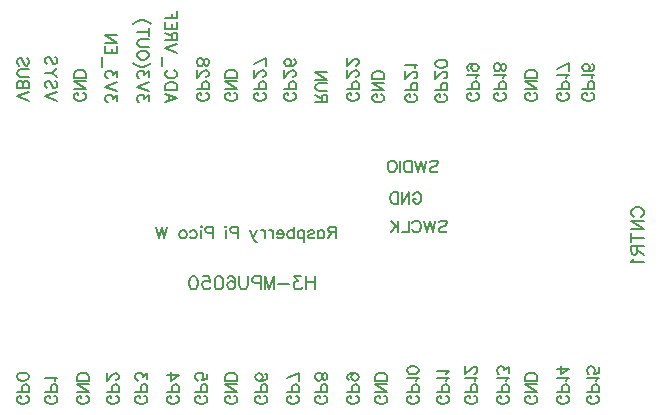
<source format=gbo>
G04 Layer: BottomSilkscreenLayer*
G04 EasyEDA v6.5.34, 2023-08-13 08:00:09*
G04 3ef975804e8146baa9bbefacfd0b45dc,794d3a8cdbfe417db23b3599569a6dff,10*
G04 Gerber Generator version 0.2*
G04 Scale: 100 percent, Rotated: No, Reflected: No *
G04 Dimensions in millimeters *
G04 leading zeros omitted , absolute positions ,4 integer and 5 decimal *
%FSLAX45Y45*%
%MOMM*%

%ADD10C,0.2032*%
%ADD11C,0.1524*%

%LPD*%
D10*
X5097272Y-831342D02*
G01*
X5106670Y-835913D01*
X5116068Y-845312D01*
X5120640Y-854710D01*
X5120640Y-873505D01*
X5116068Y-882904D01*
X5106670Y-892302D01*
X5097272Y-897128D01*
X5083047Y-901700D01*
X5059679Y-901700D01*
X5045709Y-897128D01*
X5036311Y-892302D01*
X5026913Y-882904D01*
X5022088Y-873505D01*
X5022088Y-854710D01*
X5026913Y-845312D01*
X5036311Y-835913D01*
X5045709Y-831342D01*
X5059679Y-831342D01*
X5059679Y-854710D02*
G01*
X5059679Y-831342D01*
X5120640Y-800354D02*
G01*
X5022088Y-800354D01*
X5120640Y-800354D02*
G01*
X5120640Y-758189D01*
X5116068Y-743965D01*
X5111241Y-739394D01*
X5101843Y-734821D01*
X5087874Y-734821D01*
X5078475Y-739394D01*
X5073650Y-743965D01*
X5069077Y-758189D01*
X5069077Y-800354D01*
X5101843Y-703834D02*
G01*
X5106670Y-694436D01*
X5120640Y-680212D01*
X5022088Y-680212D01*
X5106670Y-593089D02*
G01*
X5116068Y-597662D01*
X5120640Y-611886D01*
X5120640Y-621284D01*
X5116068Y-635254D01*
X5101843Y-644652D01*
X5078475Y-649223D01*
X5054854Y-649223D01*
X5036311Y-644652D01*
X5026913Y-635254D01*
X5022088Y-621284D01*
X5022088Y-616457D01*
X5026913Y-602487D01*
X5036311Y-593089D01*
X5050281Y-588263D01*
X5054854Y-588263D01*
X5069077Y-593089D01*
X5078475Y-602487D01*
X5083047Y-616457D01*
X5083047Y-621284D01*
X5078475Y-635254D01*
X5069077Y-644652D01*
X5054854Y-649223D01*
X4881372Y-831342D02*
G01*
X4890770Y-835913D01*
X4900168Y-845312D01*
X4904740Y-854710D01*
X4904740Y-873505D01*
X4900168Y-882904D01*
X4890770Y-892302D01*
X4881372Y-897128D01*
X4867147Y-901700D01*
X4843779Y-901700D01*
X4829809Y-897128D01*
X4820411Y-892302D01*
X4811013Y-882904D01*
X4806188Y-873505D01*
X4806188Y-854710D01*
X4811013Y-845312D01*
X4820411Y-835913D01*
X4829809Y-831342D01*
X4843779Y-831342D01*
X4843779Y-854710D02*
G01*
X4843779Y-831342D01*
X4904740Y-800354D02*
G01*
X4806188Y-800354D01*
X4904740Y-800354D02*
G01*
X4904740Y-758189D01*
X4900168Y-743965D01*
X4895341Y-739394D01*
X4885943Y-734821D01*
X4871974Y-734821D01*
X4862575Y-739394D01*
X4857750Y-743965D01*
X4853177Y-758189D01*
X4853177Y-800354D01*
X4885943Y-703834D02*
G01*
X4890770Y-694436D01*
X4904740Y-680212D01*
X4806188Y-680212D01*
X4904740Y-583692D02*
G01*
X4806188Y-630681D01*
X4904740Y-649223D02*
G01*
X4904740Y-583692D01*
X4614672Y-831342D02*
G01*
X4624070Y-835913D01*
X4633468Y-845312D01*
X4638040Y-854710D01*
X4638040Y-873505D01*
X4633468Y-882904D01*
X4624070Y-892302D01*
X4614672Y-897128D01*
X4600447Y-901700D01*
X4577079Y-901700D01*
X4563109Y-897128D01*
X4553711Y-892302D01*
X4544313Y-882904D01*
X4539488Y-873505D01*
X4539488Y-854710D01*
X4544313Y-845312D01*
X4553711Y-835913D01*
X4563109Y-831342D01*
X4577079Y-831342D01*
X4577079Y-854710D02*
G01*
X4577079Y-831342D01*
X4638040Y-800354D02*
G01*
X4539488Y-800354D01*
X4638040Y-800354D02*
G01*
X4539488Y-734821D01*
X4638040Y-734821D02*
G01*
X4539488Y-734821D01*
X4638040Y-703834D02*
G01*
X4539488Y-703834D01*
X4638040Y-703834D02*
G01*
X4638040Y-670813D01*
X4633468Y-656844D01*
X4624070Y-647445D01*
X4614672Y-642873D01*
X4600447Y-638047D01*
X4577079Y-638047D01*
X4563109Y-642873D01*
X4553711Y-647445D01*
X4544313Y-656844D01*
X4539488Y-670813D01*
X4539488Y-703834D01*
X4347972Y-831342D02*
G01*
X4357370Y-835913D01*
X4366768Y-845312D01*
X4371340Y-854710D01*
X4371340Y-873505D01*
X4366768Y-882904D01*
X4357370Y-892302D01*
X4347972Y-897128D01*
X4333747Y-901700D01*
X4310379Y-901700D01*
X4296409Y-897128D01*
X4287011Y-892302D01*
X4277613Y-882904D01*
X4272788Y-873505D01*
X4272788Y-854710D01*
X4277613Y-845312D01*
X4287011Y-835913D01*
X4296409Y-831342D01*
X4310379Y-831342D01*
X4310379Y-854710D02*
G01*
X4310379Y-831342D01*
X4371340Y-800354D02*
G01*
X4272788Y-800354D01*
X4371340Y-800354D02*
G01*
X4371340Y-758189D01*
X4366768Y-743965D01*
X4361941Y-739394D01*
X4352543Y-734821D01*
X4338574Y-734821D01*
X4329175Y-739394D01*
X4324350Y-743965D01*
X4319777Y-758189D01*
X4319777Y-800354D01*
X4352543Y-703834D02*
G01*
X4357370Y-694436D01*
X4371340Y-680212D01*
X4272788Y-680212D01*
X4371340Y-625855D02*
G01*
X4366768Y-639826D01*
X4357370Y-644652D01*
X4347972Y-644652D01*
X4338574Y-639826D01*
X4333747Y-630681D01*
X4329175Y-611886D01*
X4324350Y-597662D01*
X4314952Y-588263D01*
X4305554Y-583692D01*
X4291584Y-583692D01*
X4282186Y-588263D01*
X4277613Y-593089D01*
X4272788Y-607060D01*
X4272788Y-625855D01*
X4277613Y-639826D01*
X4282186Y-644652D01*
X4291584Y-649223D01*
X4305554Y-649223D01*
X4314952Y-644652D01*
X4324350Y-635254D01*
X4329175Y-621284D01*
X4333747Y-602487D01*
X4338574Y-593089D01*
X4347972Y-588263D01*
X4357370Y-588263D01*
X4366768Y-593089D01*
X4371340Y-607060D01*
X4371340Y-625855D01*
X4119372Y-831342D02*
G01*
X4128770Y-835913D01*
X4138168Y-845312D01*
X4142740Y-854710D01*
X4142740Y-873505D01*
X4138168Y-882904D01*
X4128770Y-892302D01*
X4119372Y-897128D01*
X4105147Y-901700D01*
X4081779Y-901700D01*
X4067809Y-897128D01*
X4058411Y-892302D01*
X4049013Y-882904D01*
X4044188Y-873505D01*
X4044188Y-854710D01*
X4049013Y-845312D01*
X4058411Y-835913D01*
X4067809Y-831342D01*
X4081779Y-831342D01*
X4081779Y-854710D02*
G01*
X4081779Y-831342D01*
X4142740Y-800354D02*
G01*
X4044188Y-800354D01*
X4142740Y-800354D02*
G01*
X4142740Y-758189D01*
X4138168Y-743965D01*
X4133341Y-739394D01*
X4123943Y-734821D01*
X4109974Y-734821D01*
X4100575Y-739394D01*
X4095750Y-743965D01*
X4091177Y-758189D01*
X4091177Y-800354D01*
X4123943Y-703834D02*
G01*
X4128770Y-694436D01*
X4142740Y-680212D01*
X4044188Y-680212D01*
X4109974Y-588263D02*
G01*
X4095750Y-593089D01*
X4086352Y-602487D01*
X4081779Y-616457D01*
X4081779Y-621284D01*
X4086352Y-635254D01*
X4095750Y-644652D01*
X4109974Y-649223D01*
X4114545Y-649223D01*
X4128770Y-644652D01*
X4138168Y-635254D01*
X4142740Y-621284D01*
X4142740Y-616457D01*
X4138168Y-602487D01*
X4128770Y-593089D01*
X4109974Y-588263D01*
X4086352Y-588263D01*
X4062984Y-593089D01*
X4049013Y-602487D01*
X4044188Y-616457D01*
X4044188Y-625855D01*
X4049013Y-639826D01*
X4058411Y-644652D01*
X3852672Y-844042D02*
G01*
X3862070Y-848613D01*
X3871468Y-858012D01*
X3876040Y-867410D01*
X3876040Y-886205D01*
X3871468Y-895604D01*
X3862070Y-905002D01*
X3852672Y-909828D01*
X3838447Y-914400D01*
X3815079Y-914400D01*
X3801109Y-909828D01*
X3791711Y-905002D01*
X3782313Y-895604D01*
X3777488Y-886205D01*
X3777488Y-867410D01*
X3782313Y-858012D01*
X3791711Y-848613D01*
X3801109Y-844042D01*
X3815079Y-844042D01*
X3815079Y-867410D02*
G01*
X3815079Y-844042D01*
X3876040Y-813054D02*
G01*
X3777488Y-813054D01*
X3876040Y-813054D02*
G01*
X3876040Y-770889D01*
X3871468Y-756665D01*
X3866641Y-752094D01*
X3857243Y-747521D01*
X3843274Y-747521D01*
X3833875Y-752094D01*
X3829050Y-756665D01*
X3824477Y-770889D01*
X3824477Y-813054D01*
X3852672Y-711707D02*
G01*
X3857243Y-711707D01*
X3866641Y-707136D01*
X3871468Y-702310D01*
X3876040Y-692912D01*
X3876040Y-674115D01*
X3871468Y-664718D01*
X3866641Y-660145D01*
X3857243Y-655573D01*
X3847845Y-655573D01*
X3838447Y-660145D01*
X3824477Y-669544D01*
X3777488Y-716534D01*
X3777488Y-650747D01*
X3876040Y-591565D02*
G01*
X3871468Y-605789D01*
X3857243Y-615187D01*
X3833875Y-619760D01*
X3819652Y-619760D01*
X3796284Y-615187D01*
X3782313Y-605789D01*
X3777488Y-591565D01*
X3777488Y-582168D01*
X3782313Y-568197D01*
X3796284Y-558800D01*
X3819652Y-554228D01*
X3833875Y-554228D01*
X3857243Y-558800D01*
X3871468Y-568197D01*
X3876040Y-582168D01*
X3876040Y-591565D01*
X3598672Y-844042D02*
G01*
X3608070Y-848613D01*
X3617468Y-858012D01*
X3622040Y-867410D01*
X3622040Y-886205D01*
X3617468Y-895604D01*
X3608070Y-905002D01*
X3598672Y-909828D01*
X3584447Y-914400D01*
X3561079Y-914400D01*
X3547109Y-909828D01*
X3537711Y-905002D01*
X3528313Y-895604D01*
X3523488Y-886205D01*
X3523488Y-867410D01*
X3528313Y-858012D01*
X3537711Y-848613D01*
X3547109Y-844042D01*
X3561079Y-844042D01*
X3561079Y-867410D02*
G01*
X3561079Y-844042D01*
X3622040Y-813054D02*
G01*
X3523488Y-813054D01*
X3622040Y-813054D02*
G01*
X3622040Y-770889D01*
X3617468Y-756665D01*
X3612641Y-752094D01*
X3603243Y-747521D01*
X3589274Y-747521D01*
X3579875Y-752094D01*
X3575050Y-756665D01*
X3570477Y-770889D01*
X3570477Y-813054D01*
X3598672Y-711707D02*
G01*
X3603243Y-711707D01*
X3612641Y-707136D01*
X3617468Y-702310D01*
X3622040Y-692912D01*
X3622040Y-674115D01*
X3617468Y-664718D01*
X3612641Y-660145D01*
X3603243Y-655573D01*
X3593845Y-655573D01*
X3584447Y-660145D01*
X3570477Y-669544D01*
X3523488Y-716534D01*
X3523488Y-650747D01*
X3603243Y-619760D02*
G01*
X3608070Y-610362D01*
X3622040Y-596392D01*
X3523488Y-596392D01*
X3319272Y-844042D02*
G01*
X3328670Y-848613D01*
X3338068Y-858012D01*
X3342640Y-867410D01*
X3342640Y-886205D01*
X3338068Y-895604D01*
X3328670Y-905002D01*
X3319272Y-909828D01*
X3305047Y-914400D01*
X3281679Y-914400D01*
X3267709Y-909828D01*
X3258311Y-905002D01*
X3248913Y-895604D01*
X3244088Y-886205D01*
X3244088Y-867410D01*
X3248913Y-858012D01*
X3258311Y-848613D01*
X3267709Y-844042D01*
X3281679Y-844042D01*
X3281679Y-867410D02*
G01*
X3281679Y-844042D01*
X3342640Y-813054D02*
G01*
X3244088Y-813054D01*
X3342640Y-813054D02*
G01*
X3244088Y-747521D01*
X3342640Y-747521D02*
G01*
X3244088Y-747521D01*
X3342640Y-716534D02*
G01*
X3244088Y-716534D01*
X3342640Y-716534D02*
G01*
X3342640Y-683513D01*
X3338068Y-669544D01*
X3328670Y-660145D01*
X3319272Y-655573D01*
X3305047Y-650747D01*
X3281679Y-650747D01*
X3267709Y-655573D01*
X3258311Y-660145D01*
X3248913Y-669544D01*
X3244088Y-683513D01*
X3244088Y-716534D01*
X1833371Y-831342D02*
G01*
X1842770Y-835913D01*
X1852168Y-845312D01*
X1856739Y-854710D01*
X1856739Y-873505D01*
X1852168Y-882904D01*
X1842770Y-892302D01*
X1833371Y-897128D01*
X1819147Y-901700D01*
X1795779Y-901700D01*
X1781810Y-897128D01*
X1772412Y-892302D01*
X1763013Y-882904D01*
X1758187Y-873505D01*
X1758187Y-854710D01*
X1763013Y-845312D01*
X1772412Y-835913D01*
X1781810Y-831342D01*
X1795779Y-831342D01*
X1795779Y-854710D02*
G01*
X1795779Y-831342D01*
X1856739Y-800354D02*
G01*
X1758187Y-800354D01*
X1856739Y-800354D02*
G01*
X1856739Y-758189D01*
X1852168Y-743965D01*
X1847342Y-739394D01*
X1837944Y-734821D01*
X1823973Y-734821D01*
X1814576Y-739394D01*
X1809750Y-743965D01*
X1805178Y-758189D01*
X1805178Y-800354D01*
X1833371Y-699007D02*
G01*
X1837944Y-699007D01*
X1847342Y-694436D01*
X1852168Y-689610D01*
X1856739Y-680212D01*
X1856739Y-661415D01*
X1852168Y-652018D01*
X1847342Y-647445D01*
X1837944Y-642873D01*
X1828545Y-642873D01*
X1819147Y-647445D01*
X1805178Y-656844D01*
X1758187Y-703834D01*
X1758187Y-638047D01*
X1856739Y-583692D02*
G01*
X1852168Y-597662D01*
X1842770Y-602487D01*
X1833371Y-602487D01*
X1823973Y-597662D01*
X1819147Y-588263D01*
X1814576Y-569468D01*
X1809750Y-555497D01*
X1800352Y-546100D01*
X1790954Y-541528D01*
X1776984Y-541528D01*
X1767586Y-546100D01*
X1763013Y-550926D01*
X1758187Y-564895D01*
X1758187Y-583692D01*
X1763013Y-597662D01*
X1767586Y-602487D01*
X1776984Y-607060D01*
X1790954Y-607060D01*
X1800352Y-602487D01*
X1809750Y-593089D01*
X1814576Y-578865D01*
X1819147Y-560323D01*
X1823973Y-550926D01*
X1833371Y-546100D01*
X1842770Y-546100D01*
X1852168Y-550926D01*
X1856739Y-564895D01*
X1856739Y-583692D01*
X1590039Y-876807D02*
G01*
X1491487Y-914400D01*
X1590039Y-876807D02*
G01*
X1491487Y-839470D01*
X1524254Y-900429D02*
G01*
X1524254Y-853439D01*
X1590039Y-808481D02*
G01*
X1491487Y-808481D01*
X1590039Y-808481D02*
G01*
X1590039Y-775462D01*
X1585468Y-761492D01*
X1576070Y-752094D01*
X1566671Y-747521D01*
X1552447Y-742695D01*
X1529079Y-742695D01*
X1515110Y-747521D01*
X1505712Y-752094D01*
X1496313Y-761492D01*
X1491487Y-775462D01*
X1491487Y-808481D01*
X1566671Y-641350D02*
G01*
X1576070Y-646176D01*
X1585468Y-655573D01*
X1590039Y-664718D01*
X1590039Y-683513D01*
X1585468Y-692912D01*
X1576070Y-702310D01*
X1566671Y-707136D01*
X1552447Y-711707D01*
X1529079Y-711707D01*
X1515110Y-707136D01*
X1505712Y-702310D01*
X1496313Y-692912D01*
X1491487Y-683513D01*
X1491487Y-664718D01*
X1496313Y-655573D01*
X1505712Y-646176D01*
X1515110Y-641350D01*
X1458721Y-610362D02*
G01*
X1458721Y-526034D01*
X1590039Y-495045D02*
G01*
X1491487Y-457454D01*
X1590039Y-419862D02*
G01*
X1491487Y-457454D01*
X1590039Y-389128D02*
G01*
X1491487Y-389128D01*
X1590039Y-389128D02*
G01*
X1590039Y-346710D01*
X1585468Y-332739D01*
X1580642Y-327913D01*
X1571244Y-323342D01*
X1561845Y-323342D01*
X1552447Y-327913D01*
X1547876Y-332739D01*
X1543050Y-346710D01*
X1543050Y-389128D01*
X1543050Y-356107D02*
G01*
X1491487Y-323342D01*
X1590039Y-292354D02*
G01*
X1491487Y-292354D01*
X1590039Y-292354D02*
G01*
X1590039Y-231394D01*
X1543050Y-292354D02*
G01*
X1543050Y-254762D01*
X1491487Y-292354D02*
G01*
X1491487Y-231394D01*
X1590039Y-200405D02*
G01*
X1491487Y-200405D01*
X1590039Y-200405D02*
G01*
X1590039Y-139445D01*
X1543050Y-200405D02*
G01*
X1543050Y-162813D01*
X1348739Y-905002D02*
G01*
X1348739Y-853439D01*
X1311147Y-881634D01*
X1311147Y-867410D01*
X1306576Y-858012D01*
X1301750Y-853439D01*
X1287779Y-848613D01*
X1278381Y-848613D01*
X1264412Y-853439D01*
X1255013Y-862837D01*
X1250187Y-876807D01*
X1250187Y-891031D01*
X1255013Y-905002D01*
X1259586Y-909828D01*
X1268984Y-914400D01*
X1348739Y-817879D02*
G01*
X1250187Y-780287D01*
X1348739Y-742695D02*
G01*
X1250187Y-780287D01*
X1348739Y-702310D02*
G01*
X1348739Y-650747D01*
X1311147Y-678942D01*
X1311147Y-664718D01*
X1306576Y-655573D01*
X1301750Y-650747D01*
X1287779Y-646176D01*
X1278381Y-646176D01*
X1264412Y-650747D01*
X1255013Y-660145D01*
X1250187Y-674115D01*
X1250187Y-688339D01*
X1255013Y-702310D01*
X1259586Y-707136D01*
X1268984Y-711707D01*
X1367536Y-582168D02*
G01*
X1358137Y-591565D01*
X1344168Y-600963D01*
X1325371Y-610362D01*
X1301750Y-615187D01*
X1282954Y-615187D01*
X1259586Y-610362D01*
X1240789Y-600963D01*
X1226820Y-591565D01*
X1217421Y-582168D01*
X1348739Y-523239D02*
G01*
X1344168Y-532637D01*
X1334770Y-542036D01*
X1325371Y-546607D01*
X1311147Y-551434D01*
X1287779Y-551434D01*
X1273810Y-546607D01*
X1264412Y-542036D01*
X1255013Y-532637D01*
X1250187Y-523239D01*
X1250187Y-504444D01*
X1255013Y-495045D01*
X1264412Y-485647D01*
X1273810Y-481076D01*
X1287779Y-476250D01*
X1311147Y-476250D01*
X1325371Y-481076D01*
X1334770Y-485647D01*
X1344168Y-495045D01*
X1348739Y-504444D01*
X1348739Y-523239D01*
X1348739Y-445262D02*
G01*
X1278381Y-445262D01*
X1264412Y-440689D01*
X1255013Y-431292D01*
X1250187Y-417068D01*
X1250187Y-407670D01*
X1255013Y-393700D01*
X1264412Y-384302D01*
X1278381Y-379729D01*
X1348739Y-379729D01*
X1348739Y-315721D02*
G01*
X1250187Y-315721D01*
X1348739Y-348742D02*
G01*
X1348739Y-282955D01*
X1367536Y-251968D02*
G01*
X1358137Y-242570D01*
X1344168Y-233171D01*
X1325371Y-223773D01*
X1301750Y-219202D01*
X1282954Y-219202D01*
X1259586Y-223773D01*
X1240789Y-233171D01*
X1226820Y-242570D01*
X1217421Y-251968D01*
X1082039Y-905002D02*
G01*
X1082039Y-853439D01*
X1044447Y-881634D01*
X1044447Y-867410D01*
X1039876Y-858012D01*
X1035050Y-853439D01*
X1021079Y-848613D01*
X1011681Y-848613D01*
X997712Y-853439D01*
X988313Y-862837D01*
X983487Y-876807D01*
X983487Y-891031D01*
X988313Y-905002D01*
X992886Y-909828D01*
X1002284Y-914400D01*
X1082039Y-817879D02*
G01*
X983487Y-780287D01*
X1082039Y-742695D02*
G01*
X983487Y-780287D01*
X1082039Y-702310D02*
G01*
X1082039Y-650747D01*
X1044447Y-678942D01*
X1044447Y-664718D01*
X1039876Y-655573D01*
X1035050Y-650747D01*
X1021079Y-646176D01*
X1011681Y-646176D01*
X997712Y-650747D01*
X988313Y-660145D01*
X983487Y-674115D01*
X983487Y-688339D01*
X988313Y-702310D01*
X992886Y-707136D01*
X1002284Y-711707D01*
X950721Y-615187D02*
G01*
X950721Y-530605D01*
X1082039Y-499618D02*
G01*
X983487Y-499618D01*
X1082039Y-499618D02*
G01*
X1082039Y-438657D01*
X1035050Y-499618D02*
G01*
X1035050Y-462279D01*
X983487Y-499618D02*
G01*
X983487Y-438657D01*
X1082039Y-407670D02*
G01*
X983487Y-407670D01*
X1082039Y-407670D02*
G01*
X983487Y-342137D01*
X1082039Y-342137D02*
G01*
X983487Y-342137D01*
X791971Y-831342D02*
G01*
X801370Y-835913D01*
X810768Y-845312D01*
X815339Y-854710D01*
X815339Y-873505D01*
X810768Y-882904D01*
X801370Y-892302D01*
X791971Y-897128D01*
X777747Y-901700D01*
X754379Y-901700D01*
X740410Y-897128D01*
X731012Y-892302D01*
X721613Y-882904D01*
X716787Y-873505D01*
X716787Y-854710D01*
X721613Y-845312D01*
X731012Y-835913D01*
X740410Y-831342D01*
X754379Y-831342D01*
X754379Y-854710D02*
G01*
X754379Y-831342D01*
X815339Y-800354D02*
G01*
X716787Y-800354D01*
X815339Y-800354D02*
G01*
X716787Y-734821D01*
X815339Y-734821D02*
G01*
X716787Y-734821D01*
X815339Y-703834D02*
G01*
X716787Y-703834D01*
X815339Y-703834D02*
G01*
X815339Y-670813D01*
X810768Y-656844D01*
X801370Y-647445D01*
X791971Y-642873D01*
X777747Y-638047D01*
X754379Y-638047D01*
X740410Y-642873D01*
X731012Y-647445D01*
X721613Y-656844D01*
X716787Y-670813D01*
X716787Y-703834D01*
X574039Y-901700D02*
G01*
X475487Y-864107D01*
X574039Y-826770D02*
G01*
X475487Y-864107D01*
X560070Y-729995D02*
G01*
X569468Y-739394D01*
X574039Y-753363D01*
X574039Y-772160D01*
X569468Y-786384D01*
X560070Y-795781D01*
X550671Y-795781D01*
X541273Y-790955D01*
X536447Y-786384D01*
X531876Y-776986D01*
X522478Y-748792D01*
X517652Y-739394D01*
X513079Y-734821D01*
X503681Y-729995D01*
X489712Y-729995D01*
X480313Y-739394D01*
X475487Y-753363D01*
X475487Y-772160D01*
X480313Y-786384D01*
X489712Y-795781D01*
X574039Y-699007D02*
G01*
X527050Y-661415D01*
X475487Y-661415D01*
X574039Y-624078D02*
G01*
X527050Y-661415D01*
X560070Y-527304D02*
G01*
X569468Y-536702D01*
X574039Y-550926D01*
X574039Y-569468D01*
X569468Y-583692D01*
X560070Y-593089D01*
X550671Y-593089D01*
X541273Y-588263D01*
X536447Y-583692D01*
X531876Y-574294D01*
X522478Y-546100D01*
X517652Y-536702D01*
X513079Y-532129D01*
X503681Y-527304D01*
X489712Y-527304D01*
X480313Y-536702D01*
X475487Y-550926D01*
X475487Y-569468D01*
X480313Y-583692D01*
X489712Y-593089D01*
X332739Y-901700D02*
G01*
X234187Y-864107D01*
X332739Y-826770D02*
G01*
X234187Y-864107D01*
X332739Y-795781D02*
G01*
X234187Y-795781D01*
X332739Y-795781D02*
G01*
X332739Y-753363D01*
X328168Y-739394D01*
X323342Y-734821D01*
X313944Y-729995D01*
X304545Y-729995D01*
X295147Y-734821D01*
X290576Y-739394D01*
X285750Y-753363D01*
X285750Y-795781D02*
G01*
X285750Y-753363D01*
X281178Y-739394D01*
X276352Y-734821D01*
X266954Y-729995D01*
X252984Y-729995D01*
X243586Y-734821D01*
X239013Y-739394D01*
X234187Y-753363D01*
X234187Y-795781D01*
X332739Y-699007D02*
G01*
X262381Y-699007D01*
X248412Y-694436D01*
X239013Y-685037D01*
X234187Y-670813D01*
X234187Y-661415D01*
X239013Y-647445D01*
X248412Y-638047D01*
X262381Y-633476D01*
X332739Y-633476D01*
X318770Y-536702D02*
G01*
X328168Y-546100D01*
X332739Y-560323D01*
X332739Y-578865D01*
X328168Y-593089D01*
X318770Y-602487D01*
X309371Y-602487D01*
X299973Y-597662D01*
X295147Y-593089D01*
X290576Y-583692D01*
X281178Y-555497D01*
X276352Y-546100D01*
X271779Y-541528D01*
X262381Y-536702D01*
X248412Y-536702D01*
X239013Y-546100D01*
X234187Y-560323D01*
X234187Y-578865D01*
X239013Y-593089D01*
X248412Y-602487D01*
X2074672Y-831342D02*
G01*
X2084070Y-835913D01*
X2093468Y-845312D01*
X2098040Y-854710D01*
X2098040Y-873505D01*
X2093468Y-882904D01*
X2084070Y-892302D01*
X2074672Y-897128D01*
X2060447Y-901700D01*
X2037079Y-901700D01*
X2023109Y-897128D01*
X2013711Y-892302D01*
X2004313Y-882904D01*
X1999488Y-873505D01*
X1999488Y-854710D01*
X2004313Y-845312D01*
X2013711Y-835913D01*
X2023109Y-831342D01*
X2037079Y-831342D01*
X2037079Y-854710D02*
G01*
X2037079Y-831342D01*
X2098040Y-800354D02*
G01*
X1999488Y-800354D01*
X2098040Y-800354D02*
G01*
X1999488Y-734821D01*
X2098040Y-734821D02*
G01*
X1999488Y-734821D01*
X2098040Y-703834D02*
G01*
X1999488Y-703834D01*
X2098040Y-703834D02*
G01*
X2098040Y-670813D01*
X2093468Y-656844D01*
X2084070Y-647445D01*
X2074672Y-642873D01*
X2060447Y-638047D01*
X2037079Y-638047D01*
X2023109Y-642873D01*
X2013711Y-647445D01*
X2004313Y-656844D01*
X1999488Y-670813D01*
X1999488Y-703834D01*
X2315972Y-831342D02*
G01*
X2325370Y-835913D01*
X2334768Y-845312D01*
X2339340Y-854710D01*
X2339340Y-873505D01*
X2334768Y-882904D01*
X2325370Y-892302D01*
X2315972Y-897128D01*
X2301747Y-901700D01*
X2278379Y-901700D01*
X2264409Y-897128D01*
X2255011Y-892302D01*
X2245613Y-882904D01*
X2240788Y-873505D01*
X2240788Y-854710D01*
X2245613Y-845312D01*
X2255011Y-835913D01*
X2264409Y-831342D01*
X2278379Y-831342D01*
X2278379Y-854710D02*
G01*
X2278379Y-831342D01*
X2339340Y-800354D02*
G01*
X2240788Y-800354D01*
X2339340Y-800354D02*
G01*
X2339340Y-758189D01*
X2334768Y-743965D01*
X2329941Y-739394D01*
X2320543Y-734821D01*
X2306574Y-734821D01*
X2297175Y-739394D01*
X2292350Y-743965D01*
X2287777Y-758189D01*
X2287777Y-800354D01*
X2315972Y-699007D02*
G01*
X2320543Y-699007D01*
X2329941Y-694436D01*
X2334768Y-689610D01*
X2339340Y-680212D01*
X2339340Y-661415D01*
X2334768Y-652018D01*
X2329941Y-647445D01*
X2320543Y-642873D01*
X2311145Y-642873D01*
X2301747Y-647445D01*
X2287777Y-656844D01*
X2240788Y-703834D01*
X2240788Y-638047D01*
X2339340Y-541528D02*
G01*
X2240788Y-588263D01*
X2339340Y-607060D02*
G01*
X2339340Y-541528D01*
X2569972Y-831342D02*
G01*
X2579370Y-835913D01*
X2588768Y-845312D01*
X2593340Y-854710D01*
X2593340Y-873505D01*
X2588768Y-882904D01*
X2579370Y-892302D01*
X2569972Y-897128D01*
X2555747Y-901700D01*
X2532379Y-901700D01*
X2518409Y-897128D01*
X2509011Y-892302D01*
X2499613Y-882904D01*
X2494788Y-873505D01*
X2494788Y-854710D01*
X2499613Y-845312D01*
X2509011Y-835913D01*
X2518409Y-831342D01*
X2532379Y-831342D01*
X2532379Y-854710D02*
G01*
X2532379Y-831342D01*
X2593340Y-800354D02*
G01*
X2494788Y-800354D01*
X2593340Y-800354D02*
G01*
X2593340Y-758189D01*
X2588768Y-743965D01*
X2583941Y-739394D01*
X2574543Y-734821D01*
X2560574Y-734821D01*
X2551175Y-739394D01*
X2546350Y-743965D01*
X2541777Y-758189D01*
X2541777Y-800354D01*
X2569972Y-699007D02*
G01*
X2574543Y-699007D01*
X2583941Y-694436D01*
X2588768Y-689610D01*
X2593340Y-680212D01*
X2593340Y-661415D01*
X2588768Y-652018D01*
X2583941Y-647445D01*
X2574543Y-642873D01*
X2565145Y-642873D01*
X2555747Y-647445D01*
X2541777Y-656844D01*
X2494788Y-703834D01*
X2494788Y-638047D01*
X2579370Y-550926D02*
G01*
X2588768Y-555497D01*
X2593340Y-569468D01*
X2593340Y-578865D01*
X2588768Y-593089D01*
X2574543Y-602487D01*
X2551175Y-607060D01*
X2527554Y-607060D01*
X2509011Y-602487D01*
X2499613Y-593089D01*
X2494788Y-578865D01*
X2494788Y-574294D01*
X2499613Y-560323D01*
X2509011Y-550926D01*
X2522981Y-546100D01*
X2527554Y-546100D01*
X2541777Y-550926D01*
X2551175Y-560323D01*
X2555747Y-574294D01*
X2555747Y-578865D01*
X2551175Y-593089D01*
X2541777Y-602487D01*
X2527554Y-607060D01*
X2860040Y-914400D02*
G01*
X2761488Y-914400D01*
X2860040Y-914400D02*
G01*
X2860040Y-872236D01*
X2855468Y-858012D01*
X2850641Y-853439D01*
X2841243Y-848613D01*
X2831845Y-848613D01*
X2822447Y-853439D01*
X2817875Y-858012D01*
X2813050Y-872236D01*
X2813050Y-914400D01*
X2813050Y-881634D02*
G01*
X2761488Y-848613D01*
X2860040Y-817879D02*
G01*
X2789681Y-817879D01*
X2775711Y-813054D01*
X2766313Y-803655D01*
X2761488Y-789686D01*
X2761488Y-780287D01*
X2766313Y-766063D01*
X2775711Y-756665D01*
X2789681Y-752094D01*
X2860040Y-752094D01*
X2860040Y-721105D02*
G01*
X2761488Y-721105D01*
X2860040Y-721105D02*
G01*
X2761488Y-655573D01*
X2860040Y-655573D02*
G01*
X2761488Y-655573D01*
X3103372Y-831342D02*
G01*
X3112770Y-835913D01*
X3122168Y-845312D01*
X3126740Y-854710D01*
X3126740Y-873505D01*
X3122168Y-882904D01*
X3112770Y-892302D01*
X3103372Y-897128D01*
X3089147Y-901700D01*
X3065779Y-901700D01*
X3051809Y-897128D01*
X3042411Y-892302D01*
X3033013Y-882904D01*
X3028188Y-873505D01*
X3028188Y-854710D01*
X3033013Y-845312D01*
X3042411Y-835913D01*
X3051809Y-831342D01*
X3065779Y-831342D01*
X3065779Y-854710D02*
G01*
X3065779Y-831342D01*
X3126740Y-800354D02*
G01*
X3028188Y-800354D01*
X3126740Y-800354D02*
G01*
X3126740Y-758189D01*
X3122168Y-743965D01*
X3117341Y-739394D01*
X3107943Y-734821D01*
X3093974Y-734821D01*
X3084575Y-739394D01*
X3079750Y-743965D01*
X3075177Y-758189D01*
X3075177Y-800354D01*
X3103372Y-699007D02*
G01*
X3107943Y-699007D01*
X3117341Y-694436D01*
X3122168Y-689610D01*
X3126740Y-680212D01*
X3126740Y-661415D01*
X3122168Y-652018D01*
X3117341Y-647445D01*
X3107943Y-642873D01*
X3098545Y-642873D01*
X3089147Y-647445D01*
X3075177Y-656844D01*
X3028188Y-703834D01*
X3028188Y-638047D01*
X3103372Y-602487D02*
G01*
X3107943Y-602487D01*
X3117341Y-597662D01*
X3122168Y-593089D01*
X3126740Y-583692D01*
X3126740Y-564895D01*
X3122168Y-555497D01*
X3117341Y-550926D01*
X3107943Y-546100D01*
X3098545Y-546100D01*
X3089147Y-550926D01*
X3075177Y-560323D01*
X3028188Y-607060D01*
X3028188Y-541528D01*
X5135372Y-3396742D02*
G01*
X5144770Y-3401313D01*
X5154168Y-3410712D01*
X5158740Y-3420110D01*
X5158740Y-3438905D01*
X5154168Y-3448304D01*
X5144770Y-3457702D01*
X5135372Y-3462528D01*
X5121147Y-3467100D01*
X5097779Y-3467100D01*
X5083809Y-3462528D01*
X5074411Y-3457702D01*
X5065013Y-3448304D01*
X5060188Y-3438905D01*
X5060188Y-3420110D01*
X5065013Y-3410712D01*
X5074411Y-3401313D01*
X5083809Y-3396742D01*
X5097779Y-3396742D01*
X5097779Y-3420110D02*
G01*
X5097779Y-3396742D01*
X5158740Y-3365754D02*
G01*
X5060188Y-3365754D01*
X5158740Y-3365754D02*
G01*
X5158740Y-3323589D01*
X5154168Y-3309365D01*
X5149341Y-3304794D01*
X5139943Y-3300221D01*
X5125974Y-3300221D01*
X5116575Y-3304794D01*
X5111750Y-3309365D01*
X5107177Y-3323589D01*
X5107177Y-3365754D01*
X5139943Y-3269234D02*
G01*
X5144770Y-3259836D01*
X5158740Y-3245612D01*
X5060188Y-3245612D01*
X5158740Y-3158489D02*
G01*
X5158740Y-3205226D01*
X5116575Y-3210052D01*
X5121147Y-3205226D01*
X5125974Y-3191255D01*
X5125974Y-3177286D01*
X5121147Y-3163062D01*
X5111750Y-3153663D01*
X5097779Y-3149092D01*
X5088381Y-3149092D01*
X5074411Y-3153663D01*
X5065013Y-3163062D01*
X5060188Y-3177286D01*
X5060188Y-3191255D01*
X5065013Y-3205226D01*
X5069586Y-3210052D01*
X5078984Y-3214623D01*
X4881372Y-3396742D02*
G01*
X4890770Y-3401313D01*
X4900168Y-3410712D01*
X4904740Y-3420110D01*
X4904740Y-3438905D01*
X4900168Y-3448304D01*
X4890770Y-3457702D01*
X4881372Y-3462528D01*
X4867147Y-3467100D01*
X4843779Y-3467100D01*
X4829809Y-3462528D01*
X4820411Y-3457702D01*
X4811013Y-3448304D01*
X4806188Y-3438905D01*
X4806188Y-3420110D01*
X4811013Y-3410712D01*
X4820411Y-3401313D01*
X4829809Y-3396742D01*
X4843779Y-3396742D01*
X4843779Y-3420110D02*
G01*
X4843779Y-3396742D01*
X4904740Y-3365754D02*
G01*
X4806188Y-3365754D01*
X4904740Y-3365754D02*
G01*
X4904740Y-3323589D01*
X4900168Y-3309365D01*
X4895341Y-3304794D01*
X4885943Y-3300221D01*
X4871974Y-3300221D01*
X4862575Y-3304794D01*
X4857750Y-3309365D01*
X4853177Y-3323589D01*
X4853177Y-3365754D01*
X4885943Y-3269234D02*
G01*
X4890770Y-3259836D01*
X4904740Y-3245612D01*
X4806188Y-3245612D01*
X4904740Y-3167887D02*
G01*
X4838954Y-3214623D01*
X4838954Y-3144265D01*
X4904740Y-3167887D02*
G01*
X4806188Y-3167887D01*
X4373372Y-3396742D02*
G01*
X4382770Y-3401313D01*
X4392168Y-3410712D01*
X4396740Y-3420110D01*
X4396740Y-3438905D01*
X4392168Y-3448304D01*
X4382770Y-3457702D01*
X4373372Y-3462528D01*
X4359147Y-3467100D01*
X4335779Y-3467100D01*
X4321809Y-3462528D01*
X4312411Y-3457702D01*
X4303013Y-3448304D01*
X4298188Y-3438905D01*
X4298188Y-3420110D01*
X4303013Y-3410712D01*
X4312411Y-3401313D01*
X4321809Y-3396742D01*
X4335779Y-3396742D01*
X4335779Y-3420110D02*
G01*
X4335779Y-3396742D01*
X4396740Y-3365754D02*
G01*
X4298188Y-3365754D01*
X4396740Y-3365754D02*
G01*
X4396740Y-3323589D01*
X4392168Y-3309365D01*
X4387341Y-3304794D01*
X4377943Y-3300221D01*
X4363974Y-3300221D01*
X4354575Y-3304794D01*
X4349750Y-3309365D01*
X4345177Y-3323589D01*
X4345177Y-3365754D01*
X4377943Y-3269234D02*
G01*
X4382770Y-3259836D01*
X4396740Y-3245612D01*
X4298188Y-3245612D01*
X4396740Y-3205226D02*
G01*
X4396740Y-3153663D01*
X4359147Y-3181857D01*
X4359147Y-3167887D01*
X4354575Y-3158489D01*
X4349750Y-3153663D01*
X4335779Y-3149092D01*
X4326381Y-3149092D01*
X4312411Y-3153663D01*
X4303013Y-3163062D01*
X4298188Y-3177286D01*
X4298188Y-3191255D01*
X4303013Y-3205226D01*
X4307586Y-3210052D01*
X4316984Y-3214623D01*
X4614672Y-3396742D02*
G01*
X4624070Y-3401313D01*
X4633468Y-3410712D01*
X4638040Y-3420110D01*
X4638040Y-3438905D01*
X4633468Y-3448304D01*
X4624070Y-3457702D01*
X4614672Y-3462528D01*
X4600447Y-3467100D01*
X4577079Y-3467100D01*
X4563109Y-3462528D01*
X4553711Y-3457702D01*
X4544313Y-3448304D01*
X4539488Y-3438905D01*
X4539488Y-3420110D01*
X4544313Y-3410712D01*
X4553711Y-3401313D01*
X4563109Y-3396742D01*
X4577079Y-3396742D01*
X4577079Y-3420110D02*
G01*
X4577079Y-3396742D01*
X4638040Y-3365754D02*
G01*
X4539488Y-3365754D01*
X4638040Y-3365754D02*
G01*
X4539488Y-3300221D01*
X4638040Y-3300221D02*
G01*
X4539488Y-3300221D01*
X4638040Y-3269234D02*
G01*
X4539488Y-3269234D01*
X4638040Y-3269234D02*
G01*
X4638040Y-3236213D01*
X4633468Y-3222244D01*
X4624070Y-3212845D01*
X4614672Y-3208273D01*
X4600447Y-3203447D01*
X4577079Y-3203447D01*
X4563109Y-3208273D01*
X4553711Y-3212845D01*
X4544313Y-3222244D01*
X4539488Y-3236213D01*
X4539488Y-3269234D01*
X4106672Y-3396742D02*
G01*
X4116070Y-3401313D01*
X4125468Y-3410712D01*
X4130040Y-3420110D01*
X4130040Y-3438905D01*
X4125468Y-3448304D01*
X4116070Y-3457702D01*
X4106672Y-3462528D01*
X4092447Y-3467100D01*
X4069079Y-3467100D01*
X4055109Y-3462528D01*
X4045711Y-3457702D01*
X4036313Y-3448304D01*
X4031488Y-3438905D01*
X4031488Y-3420110D01*
X4036313Y-3410712D01*
X4045711Y-3401313D01*
X4055109Y-3396742D01*
X4069079Y-3396742D01*
X4069079Y-3420110D02*
G01*
X4069079Y-3396742D01*
X4130040Y-3365754D02*
G01*
X4031488Y-3365754D01*
X4130040Y-3365754D02*
G01*
X4130040Y-3323589D01*
X4125468Y-3309365D01*
X4120641Y-3304794D01*
X4111243Y-3300221D01*
X4097274Y-3300221D01*
X4087875Y-3304794D01*
X4083050Y-3309365D01*
X4078477Y-3323589D01*
X4078477Y-3365754D01*
X4111243Y-3269234D02*
G01*
X4116070Y-3259836D01*
X4130040Y-3245612D01*
X4031488Y-3245612D01*
X4106672Y-3210052D02*
G01*
X4111243Y-3210052D01*
X4120641Y-3205226D01*
X4125468Y-3200654D01*
X4130040Y-3191255D01*
X4130040Y-3172460D01*
X4125468Y-3163062D01*
X4120641Y-3158489D01*
X4111243Y-3153663D01*
X4101845Y-3153663D01*
X4092447Y-3158489D01*
X4078477Y-3167887D01*
X4031488Y-3214623D01*
X4031488Y-3149092D01*
X3865372Y-3396742D02*
G01*
X3874770Y-3401313D01*
X3884168Y-3410712D01*
X3888740Y-3420110D01*
X3888740Y-3438905D01*
X3884168Y-3448304D01*
X3874770Y-3457702D01*
X3865372Y-3462528D01*
X3851147Y-3467100D01*
X3827779Y-3467100D01*
X3813809Y-3462528D01*
X3804411Y-3457702D01*
X3795013Y-3448304D01*
X3790188Y-3438905D01*
X3790188Y-3420110D01*
X3795013Y-3410712D01*
X3804411Y-3401313D01*
X3813809Y-3396742D01*
X3827779Y-3396742D01*
X3827779Y-3420110D02*
G01*
X3827779Y-3396742D01*
X3888740Y-3365754D02*
G01*
X3790188Y-3365754D01*
X3888740Y-3365754D02*
G01*
X3888740Y-3323589D01*
X3884168Y-3309365D01*
X3879341Y-3304794D01*
X3869943Y-3300221D01*
X3855974Y-3300221D01*
X3846575Y-3304794D01*
X3841750Y-3309365D01*
X3837177Y-3323589D01*
X3837177Y-3365754D01*
X3869943Y-3269234D02*
G01*
X3874770Y-3259836D01*
X3888740Y-3245612D01*
X3790188Y-3245612D01*
X3869943Y-3214623D02*
G01*
X3874770Y-3205226D01*
X3888740Y-3191255D01*
X3790188Y-3191255D01*
X3611372Y-3396742D02*
G01*
X3620770Y-3401313D01*
X3630168Y-3410712D01*
X3634740Y-3420110D01*
X3634740Y-3438905D01*
X3630168Y-3448304D01*
X3620770Y-3457702D01*
X3611372Y-3462528D01*
X3597147Y-3467100D01*
X3573779Y-3467100D01*
X3559809Y-3462528D01*
X3550411Y-3457702D01*
X3541013Y-3448304D01*
X3536188Y-3438905D01*
X3536188Y-3420110D01*
X3541013Y-3410712D01*
X3550411Y-3401313D01*
X3559809Y-3396742D01*
X3573779Y-3396742D01*
X3573779Y-3420110D02*
G01*
X3573779Y-3396742D01*
X3634740Y-3365754D02*
G01*
X3536188Y-3365754D01*
X3634740Y-3365754D02*
G01*
X3634740Y-3323589D01*
X3630168Y-3309365D01*
X3625341Y-3304794D01*
X3615943Y-3300221D01*
X3601974Y-3300221D01*
X3592575Y-3304794D01*
X3587750Y-3309365D01*
X3583177Y-3323589D01*
X3583177Y-3365754D01*
X3615943Y-3269234D02*
G01*
X3620770Y-3259836D01*
X3634740Y-3245612D01*
X3536188Y-3245612D01*
X3634740Y-3186684D02*
G01*
X3630168Y-3200654D01*
X3615943Y-3210052D01*
X3592575Y-3214623D01*
X3578352Y-3214623D01*
X3554984Y-3210052D01*
X3541013Y-3200654D01*
X3536188Y-3186684D01*
X3536188Y-3177286D01*
X3541013Y-3163062D01*
X3554984Y-3153663D01*
X3578352Y-3149092D01*
X3592575Y-3149092D01*
X3615943Y-3153663D01*
X3630168Y-3163062D01*
X3634740Y-3177286D01*
X3634740Y-3186684D01*
X3344672Y-3396742D02*
G01*
X3354070Y-3401313D01*
X3363468Y-3410712D01*
X3368040Y-3420110D01*
X3368040Y-3438905D01*
X3363468Y-3448304D01*
X3354070Y-3457702D01*
X3344672Y-3462528D01*
X3330447Y-3467100D01*
X3307079Y-3467100D01*
X3293109Y-3462528D01*
X3283711Y-3457702D01*
X3274313Y-3448304D01*
X3269488Y-3438905D01*
X3269488Y-3420110D01*
X3274313Y-3410712D01*
X3283711Y-3401313D01*
X3293109Y-3396742D01*
X3307079Y-3396742D01*
X3307079Y-3420110D02*
G01*
X3307079Y-3396742D01*
X3368040Y-3365754D02*
G01*
X3269488Y-3365754D01*
X3368040Y-3365754D02*
G01*
X3269488Y-3300221D01*
X3368040Y-3300221D02*
G01*
X3269488Y-3300221D01*
X3368040Y-3269234D02*
G01*
X3269488Y-3269234D01*
X3368040Y-3269234D02*
G01*
X3368040Y-3236213D01*
X3363468Y-3222244D01*
X3354070Y-3212845D01*
X3344672Y-3208273D01*
X3330447Y-3203447D01*
X3307079Y-3203447D01*
X3293109Y-3208273D01*
X3283711Y-3212845D01*
X3274313Y-3222244D01*
X3269488Y-3236213D01*
X3269488Y-3269234D01*
X3103372Y-3396742D02*
G01*
X3112770Y-3401313D01*
X3122168Y-3410712D01*
X3126740Y-3420110D01*
X3126740Y-3438905D01*
X3122168Y-3448304D01*
X3112770Y-3457702D01*
X3103372Y-3462528D01*
X3089147Y-3467100D01*
X3065779Y-3467100D01*
X3051809Y-3462528D01*
X3042411Y-3457702D01*
X3033013Y-3448304D01*
X3028188Y-3438905D01*
X3028188Y-3420110D01*
X3033013Y-3410712D01*
X3042411Y-3401313D01*
X3051809Y-3396742D01*
X3065779Y-3396742D01*
X3065779Y-3420110D02*
G01*
X3065779Y-3396742D01*
X3126740Y-3365754D02*
G01*
X3028188Y-3365754D01*
X3126740Y-3365754D02*
G01*
X3126740Y-3323589D01*
X3122168Y-3309365D01*
X3117341Y-3304794D01*
X3107943Y-3300221D01*
X3093974Y-3300221D01*
X3084575Y-3304794D01*
X3079750Y-3309365D01*
X3075177Y-3323589D01*
X3075177Y-3365754D01*
X3093974Y-3208273D02*
G01*
X3079750Y-3212845D01*
X3070352Y-3222244D01*
X3065779Y-3236213D01*
X3065779Y-3241039D01*
X3070352Y-3255010D01*
X3079750Y-3264407D01*
X3093974Y-3269234D01*
X3098545Y-3269234D01*
X3112770Y-3264407D01*
X3122168Y-3255010D01*
X3126740Y-3241039D01*
X3126740Y-3236213D01*
X3122168Y-3222244D01*
X3112770Y-3212845D01*
X3093974Y-3208273D01*
X3070352Y-3208273D01*
X3046984Y-3212845D01*
X3033013Y-3222244D01*
X3028188Y-3236213D01*
X3028188Y-3245612D01*
X3033013Y-3259836D01*
X3042411Y-3264407D01*
X2836672Y-3396742D02*
G01*
X2846070Y-3401313D01*
X2855468Y-3410712D01*
X2860040Y-3420110D01*
X2860040Y-3438905D01*
X2855468Y-3448304D01*
X2846070Y-3457702D01*
X2836672Y-3462528D01*
X2822447Y-3467100D01*
X2799079Y-3467100D01*
X2785109Y-3462528D01*
X2775711Y-3457702D01*
X2766313Y-3448304D01*
X2761488Y-3438905D01*
X2761488Y-3420110D01*
X2766313Y-3410712D01*
X2775711Y-3401313D01*
X2785109Y-3396742D01*
X2799079Y-3396742D01*
X2799079Y-3420110D02*
G01*
X2799079Y-3396742D01*
X2860040Y-3365754D02*
G01*
X2761488Y-3365754D01*
X2860040Y-3365754D02*
G01*
X2860040Y-3323589D01*
X2855468Y-3309365D01*
X2850641Y-3304794D01*
X2841243Y-3300221D01*
X2827274Y-3300221D01*
X2817875Y-3304794D01*
X2813050Y-3309365D01*
X2808477Y-3323589D01*
X2808477Y-3365754D01*
X2860040Y-3245612D02*
G01*
X2855468Y-3259836D01*
X2846070Y-3264407D01*
X2836672Y-3264407D01*
X2827274Y-3259836D01*
X2822447Y-3250437D01*
X2817875Y-3231642D01*
X2813050Y-3217418D01*
X2803652Y-3208273D01*
X2794254Y-3203447D01*
X2780284Y-3203447D01*
X2770886Y-3208273D01*
X2766313Y-3212845D01*
X2761488Y-3226815D01*
X2761488Y-3245612D01*
X2766313Y-3259836D01*
X2770886Y-3264407D01*
X2780284Y-3269234D01*
X2794254Y-3269234D01*
X2803652Y-3264407D01*
X2813050Y-3255010D01*
X2817875Y-3241039D01*
X2822447Y-3222244D01*
X2827274Y-3212845D01*
X2836672Y-3208273D01*
X2846070Y-3208273D01*
X2855468Y-3212845D01*
X2860040Y-3226815D01*
X2860040Y-3245612D01*
X2595372Y-3396742D02*
G01*
X2604770Y-3401313D01*
X2614168Y-3410712D01*
X2618740Y-3420110D01*
X2618740Y-3438905D01*
X2614168Y-3448304D01*
X2604770Y-3457702D01*
X2595372Y-3462528D01*
X2581147Y-3467100D01*
X2557779Y-3467100D01*
X2543809Y-3462528D01*
X2534411Y-3457702D01*
X2525013Y-3448304D01*
X2520188Y-3438905D01*
X2520188Y-3420110D01*
X2525013Y-3410712D01*
X2534411Y-3401313D01*
X2543809Y-3396742D01*
X2557779Y-3396742D01*
X2557779Y-3420110D02*
G01*
X2557779Y-3396742D01*
X2618740Y-3365754D02*
G01*
X2520188Y-3365754D01*
X2618740Y-3365754D02*
G01*
X2618740Y-3323589D01*
X2614168Y-3309365D01*
X2609341Y-3304794D01*
X2599943Y-3300221D01*
X2585974Y-3300221D01*
X2576575Y-3304794D01*
X2571750Y-3309365D01*
X2567177Y-3323589D01*
X2567177Y-3365754D01*
X2618740Y-3203447D02*
G01*
X2520188Y-3250437D01*
X2618740Y-3269234D02*
G01*
X2618740Y-3203447D01*
X2328672Y-3396742D02*
G01*
X2338070Y-3401313D01*
X2347468Y-3410712D01*
X2352040Y-3420110D01*
X2352040Y-3438905D01*
X2347468Y-3448304D01*
X2338070Y-3457702D01*
X2328672Y-3462528D01*
X2314447Y-3467100D01*
X2291079Y-3467100D01*
X2277109Y-3462528D01*
X2267711Y-3457702D01*
X2258313Y-3448304D01*
X2253488Y-3438905D01*
X2253488Y-3420110D01*
X2258313Y-3410712D01*
X2267711Y-3401313D01*
X2277109Y-3396742D01*
X2291079Y-3396742D01*
X2291079Y-3420110D02*
G01*
X2291079Y-3396742D01*
X2352040Y-3365754D02*
G01*
X2253488Y-3365754D01*
X2352040Y-3365754D02*
G01*
X2352040Y-3323589D01*
X2347468Y-3309365D01*
X2342641Y-3304794D01*
X2333243Y-3300221D01*
X2319274Y-3300221D01*
X2309875Y-3304794D01*
X2305050Y-3309365D01*
X2300477Y-3323589D01*
X2300477Y-3365754D01*
X2338070Y-3212845D02*
G01*
X2347468Y-3217418D01*
X2352040Y-3231642D01*
X2352040Y-3241039D01*
X2347468Y-3255010D01*
X2333243Y-3264407D01*
X2309875Y-3269234D01*
X2286254Y-3269234D01*
X2267711Y-3264407D01*
X2258313Y-3255010D01*
X2253488Y-3241039D01*
X2253488Y-3236213D01*
X2258313Y-3222244D01*
X2267711Y-3212845D01*
X2281681Y-3208273D01*
X2286254Y-3208273D01*
X2300477Y-3212845D01*
X2309875Y-3222244D01*
X2314447Y-3236213D01*
X2314447Y-3241039D01*
X2309875Y-3255010D01*
X2300477Y-3264407D01*
X2286254Y-3269234D01*
X2074672Y-3396742D02*
G01*
X2084070Y-3401313D01*
X2093468Y-3410712D01*
X2098040Y-3420110D01*
X2098040Y-3438905D01*
X2093468Y-3448304D01*
X2084070Y-3457702D01*
X2074672Y-3462528D01*
X2060447Y-3467100D01*
X2037079Y-3467100D01*
X2023109Y-3462528D01*
X2013711Y-3457702D01*
X2004313Y-3448304D01*
X1999488Y-3438905D01*
X1999488Y-3420110D01*
X2004313Y-3410712D01*
X2013711Y-3401313D01*
X2023109Y-3396742D01*
X2037079Y-3396742D01*
X2037079Y-3420110D02*
G01*
X2037079Y-3396742D01*
X2098040Y-3365754D02*
G01*
X1999488Y-3365754D01*
X2098040Y-3365754D02*
G01*
X1999488Y-3300221D01*
X2098040Y-3300221D02*
G01*
X1999488Y-3300221D01*
X2098040Y-3269234D02*
G01*
X1999488Y-3269234D01*
X2098040Y-3269234D02*
G01*
X2098040Y-3236213D01*
X2093468Y-3222244D01*
X2084070Y-3212845D01*
X2074672Y-3208273D01*
X2060447Y-3203447D01*
X2037079Y-3203447D01*
X2023109Y-3208273D01*
X2013711Y-3212845D01*
X2004313Y-3222244D01*
X1999488Y-3236213D01*
X1999488Y-3269234D01*
X1820671Y-3396742D02*
G01*
X1830070Y-3401313D01*
X1839468Y-3410712D01*
X1844039Y-3420110D01*
X1844039Y-3438905D01*
X1839468Y-3448304D01*
X1830070Y-3457702D01*
X1820671Y-3462528D01*
X1806447Y-3467100D01*
X1783079Y-3467100D01*
X1769110Y-3462528D01*
X1759712Y-3457702D01*
X1750313Y-3448304D01*
X1745487Y-3438905D01*
X1745487Y-3420110D01*
X1750313Y-3410712D01*
X1759712Y-3401313D01*
X1769110Y-3396742D01*
X1783079Y-3396742D01*
X1783079Y-3420110D02*
G01*
X1783079Y-3396742D01*
X1844039Y-3365754D02*
G01*
X1745487Y-3365754D01*
X1844039Y-3365754D02*
G01*
X1844039Y-3323589D01*
X1839468Y-3309365D01*
X1834642Y-3304794D01*
X1825244Y-3300221D01*
X1811273Y-3300221D01*
X1801876Y-3304794D01*
X1797050Y-3309365D01*
X1792478Y-3323589D01*
X1792478Y-3365754D01*
X1844039Y-3212845D02*
G01*
X1844039Y-3259836D01*
X1801876Y-3264407D01*
X1806447Y-3259836D01*
X1811273Y-3245612D01*
X1811273Y-3231642D01*
X1806447Y-3217418D01*
X1797050Y-3208273D01*
X1783079Y-3203447D01*
X1773681Y-3203447D01*
X1759712Y-3208273D01*
X1750313Y-3217418D01*
X1745487Y-3231642D01*
X1745487Y-3245612D01*
X1750313Y-3259836D01*
X1754886Y-3264407D01*
X1764284Y-3269234D01*
X1579371Y-3396742D02*
G01*
X1588770Y-3401313D01*
X1598168Y-3410712D01*
X1602739Y-3420110D01*
X1602739Y-3438905D01*
X1598168Y-3448304D01*
X1588770Y-3457702D01*
X1579371Y-3462528D01*
X1565147Y-3467100D01*
X1541779Y-3467100D01*
X1527810Y-3462528D01*
X1518412Y-3457702D01*
X1509013Y-3448304D01*
X1504187Y-3438905D01*
X1504187Y-3420110D01*
X1509013Y-3410712D01*
X1518412Y-3401313D01*
X1527810Y-3396742D01*
X1541779Y-3396742D01*
X1541779Y-3420110D02*
G01*
X1541779Y-3396742D01*
X1602739Y-3365754D02*
G01*
X1504187Y-3365754D01*
X1602739Y-3365754D02*
G01*
X1602739Y-3323589D01*
X1598168Y-3309365D01*
X1593342Y-3304794D01*
X1583944Y-3300221D01*
X1569973Y-3300221D01*
X1560576Y-3304794D01*
X1555750Y-3309365D01*
X1551178Y-3323589D01*
X1551178Y-3365754D01*
X1602739Y-3222244D02*
G01*
X1536954Y-3269234D01*
X1536954Y-3198876D01*
X1602739Y-3222244D02*
G01*
X1504187Y-3222244D01*
X1312671Y-3396742D02*
G01*
X1322070Y-3401313D01*
X1331468Y-3410712D01*
X1336039Y-3420110D01*
X1336039Y-3438905D01*
X1331468Y-3448304D01*
X1322070Y-3457702D01*
X1312671Y-3462528D01*
X1298447Y-3467100D01*
X1275079Y-3467100D01*
X1261110Y-3462528D01*
X1251712Y-3457702D01*
X1242313Y-3448304D01*
X1237487Y-3438905D01*
X1237487Y-3420110D01*
X1242313Y-3410712D01*
X1251712Y-3401313D01*
X1261110Y-3396742D01*
X1275079Y-3396742D01*
X1275079Y-3420110D02*
G01*
X1275079Y-3396742D01*
X1336039Y-3365754D02*
G01*
X1237487Y-3365754D01*
X1336039Y-3365754D02*
G01*
X1336039Y-3323589D01*
X1331468Y-3309365D01*
X1326642Y-3304794D01*
X1317244Y-3300221D01*
X1303273Y-3300221D01*
X1293876Y-3304794D01*
X1289050Y-3309365D01*
X1284478Y-3323589D01*
X1284478Y-3365754D01*
X1336039Y-3259836D02*
G01*
X1336039Y-3208273D01*
X1298447Y-3236213D01*
X1298447Y-3222244D01*
X1293876Y-3212845D01*
X1289050Y-3208273D01*
X1275079Y-3203447D01*
X1265681Y-3203447D01*
X1251712Y-3208273D01*
X1242313Y-3217418D01*
X1237487Y-3231642D01*
X1237487Y-3245612D01*
X1242313Y-3259836D01*
X1246886Y-3264407D01*
X1256284Y-3269234D01*
X1071371Y-3396742D02*
G01*
X1080770Y-3401313D01*
X1090168Y-3410712D01*
X1094739Y-3420110D01*
X1094739Y-3438905D01*
X1090168Y-3448304D01*
X1080770Y-3457702D01*
X1071371Y-3462528D01*
X1057147Y-3467100D01*
X1033779Y-3467100D01*
X1019810Y-3462528D01*
X1010412Y-3457702D01*
X1001013Y-3448304D01*
X996187Y-3438905D01*
X996187Y-3420110D01*
X1001013Y-3410712D01*
X1010412Y-3401313D01*
X1019810Y-3396742D01*
X1033779Y-3396742D01*
X1033779Y-3420110D02*
G01*
X1033779Y-3396742D01*
X1094739Y-3365754D02*
G01*
X996187Y-3365754D01*
X1094739Y-3365754D02*
G01*
X1094739Y-3323589D01*
X1090168Y-3309365D01*
X1085342Y-3304794D01*
X1075944Y-3300221D01*
X1061973Y-3300221D01*
X1052576Y-3304794D01*
X1047750Y-3309365D01*
X1043178Y-3323589D01*
X1043178Y-3365754D01*
X1071371Y-3264407D02*
G01*
X1075944Y-3264407D01*
X1085342Y-3259836D01*
X1090168Y-3255010D01*
X1094739Y-3245612D01*
X1094739Y-3226815D01*
X1090168Y-3217418D01*
X1085342Y-3212845D01*
X1075944Y-3208273D01*
X1066545Y-3208273D01*
X1057147Y-3212845D01*
X1043178Y-3222244D01*
X996187Y-3269234D01*
X996187Y-3203447D01*
X817371Y-3396742D02*
G01*
X826770Y-3401313D01*
X836168Y-3410712D01*
X840739Y-3420110D01*
X840739Y-3438905D01*
X836168Y-3448304D01*
X826770Y-3457702D01*
X817371Y-3462528D01*
X803147Y-3467100D01*
X779779Y-3467100D01*
X765810Y-3462528D01*
X756412Y-3457702D01*
X747013Y-3448304D01*
X742187Y-3438905D01*
X742187Y-3420110D01*
X747013Y-3410712D01*
X756412Y-3401313D01*
X765810Y-3396742D01*
X779779Y-3396742D01*
X779779Y-3420110D02*
G01*
X779779Y-3396742D01*
X840739Y-3365754D02*
G01*
X742187Y-3365754D01*
X840739Y-3365754D02*
G01*
X742187Y-3300221D01*
X840739Y-3300221D02*
G01*
X742187Y-3300221D01*
X840739Y-3269234D02*
G01*
X742187Y-3269234D01*
X840739Y-3269234D02*
G01*
X840739Y-3236213D01*
X836168Y-3222244D01*
X826770Y-3212845D01*
X817371Y-3208273D01*
X803147Y-3203447D01*
X779779Y-3203447D01*
X765810Y-3208273D01*
X756412Y-3212845D01*
X747013Y-3222244D01*
X742187Y-3236213D01*
X742187Y-3269234D01*
X550671Y-3396742D02*
G01*
X560070Y-3401313D01*
X569468Y-3410712D01*
X574039Y-3420110D01*
X574039Y-3438905D01*
X569468Y-3448304D01*
X560070Y-3457702D01*
X550671Y-3462528D01*
X536447Y-3467100D01*
X513079Y-3467100D01*
X499110Y-3462528D01*
X489712Y-3457702D01*
X480313Y-3448304D01*
X475487Y-3438905D01*
X475487Y-3420110D01*
X480313Y-3410712D01*
X489712Y-3401313D01*
X499110Y-3396742D01*
X513079Y-3396742D01*
X513079Y-3420110D02*
G01*
X513079Y-3396742D01*
X574039Y-3365754D02*
G01*
X475487Y-3365754D01*
X574039Y-3365754D02*
G01*
X574039Y-3323589D01*
X569468Y-3309365D01*
X564642Y-3304794D01*
X555244Y-3300221D01*
X541273Y-3300221D01*
X531876Y-3304794D01*
X527050Y-3309365D01*
X522478Y-3323589D01*
X522478Y-3365754D01*
X555244Y-3269234D02*
G01*
X560070Y-3259836D01*
X574039Y-3245612D01*
X475487Y-3245612D01*
X309371Y-3396742D02*
G01*
X318770Y-3401313D01*
X328168Y-3410712D01*
X332739Y-3420110D01*
X332739Y-3438905D01*
X328168Y-3448304D01*
X318770Y-3457702D01*
X309371Y-3462528D01*
X295147Y-3467100D01*
X271779Y-3467100D01*
X257810Y-3462528D01*
X248412Y-3457702D01*
X239013Y-3448304D01*
X234187Y-3438905D01*
X234187Y-3420110D01*
X239013Y-3410712D01*
X248412Y-3401313D01*
X257810Y-3396742D01*
X271779Y-3396742D01*
X271779Y-3420110D02*
G01*
X271779Y-3396742D01*
X332739Y-3365754D02*
G01*
X234187Y-3365754D01*
X332739Y-3365754D02*
G01*
X332739Y-3323589D01*
X328168Y-3309365D01*
X323342Y-3304794D01*
X313944Y-3300221D01*
X299973Y-3300221D01*
X290576Y-3304794D01*
X285750Y-3309365D01*
X281178Y-3323589D01*
X281178Y-3365754D01*
X332739Y-3241039D02*
G01*
X328168Y-3255010D01*
X313944Y-3264407D01*
X290576Y-3269234D01*
X276352Y-3269234D01*
X252984Y-3264407D01*
X239013Y-3255010D01*
X234187Y-3241039D01*
X234187Y-3231642D01*
X239013Y-3217418D01*
X252984Y-3208273D01*
X276352Y-3203447D01*
X290576Y-3203447D01*
X313944Y-3208273D01*
X328168Y-3217418D01*
X332739Y-3231642D01*
X332739Y-3241039D01*
X3731513Y-1421129D02*
G01*
X3740911Y-1411731D01*
X3755136Y-1407160D01*
X3773931Y-1407160D01*
X3787902Y-1411731D01*
X3797300Y-1421129D01*
X3797300Y-1430528D01*
X3792727Y-1439926D01*
X3787902Y-1444752D01*
X3778504Y-1449323D01*
X3750309Y-1458721D01*
X3740911Y-1463547D01*
X3736340Y-1468120D01*
X3731513Y-1477518D01*
X3731513Y-1491487D01*
X3740911Y-1500886D01*
X3755136Y-1505712D01*
X3773931Y-1505712D01*
X3787902Y-1500886D01*
X3797300Y-1491487D01*
X3700779Y-1407160D02*
G01*
X3677158Y-1505712D01*
X3653790Y-1407160D02*
G01*
X3677158Y-1505712D01*
X3653790Y-1407160D02*
G01*
X3630422Y-1505712D01*
X3606800Y-1407160D02*
G01*
X3630422Y-1505712D01*
X3575811Y-1407160D02*
G01*
X3575811Y-1505712D01*
X3575811Y-1407160D02*
G01*
X3543045Y-1407160D01*
X3529075Y-1411731D01*
X3519677Y-1421129D01*
X3514852Y-1430528D01*
X3510279Y-1444752D01*
X3510279Y-1468120D01*
X3514852Y-1482089D01*
X3519677Y-1491487D01*
X3529075Y-1500886D01*
X3543045Y-1505712D01*
X3575811Y-1505712D01*
X3479291Y-1407160D02*
G01*
X3479291Y-1505712D01*
X3420109Y-1407160D02*
G01*
X3429508Y-1411731D01*
X3438906Y-1421129D01*
X3443731Y-1430528D01*
X3448304Y-1444752D01*
X3448304Y-1468120D01*
X3443731Y-1482089D01*
X3438906Y-1491487D01*
X3429508Y-1500886D01*
X3420109Y-1505712D01*
X3401313Y-1505712D01*
X3391915Y-1500886D01*
X3382518Y-1491487D01*
X3377945Y-1482089D01*
X3373120Y-1468120D01*
X3373120Y-1444752D01*
X3377945Y-1430528D01*
X3382518Y-1421129D01*
X3391915Y-1411731D01*
X3401313Y-1407160D01*
X3420109Y-1407160D01*
X3587241Y-1697228D02*
G01*
X3591813Y-1687829D01*
X3601211Y-1678431D01*
X3610609Y-1673860D01*
X3629406Y-1673860D01*
X3638804Y-1678431D01*
X3648202Y-1687829D01*
X3653027Y-1697228D01*
X3657600Y-1711452D01*
X3657600Y-1734820D01*
X3653027Y-1748789D01*
X3648202Y-1758187D01*
X3638804Y-1767586D01*
X3629406Y-1772412D01*
X3610609Y-1772412D01*
X3601211Y-1767586D01*
X3591813Y-1758187D01*
X3587241Y-1748789D01*
X3587241Y-1734820D01*
X3610609Y-1734820D02*
G01*
X3587241Y-1734820D01*
X3556254Y-1673860D02*
G01*
X3556254Y-1772412D01*
X3556254Y-1673860D02*
G01*
X3490722Y-1772412D01*
X3490722Y-1673860D02*
G01*
X3490722Y-1772412D01*
X3459734Y-1673860D02*
G01*
X3459734Y-1772412D01*
X3459734Y-1673860D02*
G01*
X3426713Y-1673860D01*
X3412743Y-1678431D01*
X3403345Y-1687829D01*
X3398774Y-1697228D01*
X3393947Y-1711452D01*
X3393947Y-1734820D01*
X3398774Y-1748789D01*
X3403345Y-1758187D01*
X3412743Y-1767586D01*
X3426713Y-1772412D01*
X3459734Y-1772412D01*
X3807713Y-1929129D02*
G01*
X3817111Y-1919731D01*
X3831336Y-1915160D01*
X3850131Y-1915160D01*
X3864102Y-1919731D01*
X3873500Y-1929129D01*
X3873500Y-1938528D01*
X3868927Y-1947926D01*
X3864102Y-1952752D01*
X3854704Y-1957323D01*
X3826509Y-1966721D01*
X3817111Y-1971547D01*
X3812540Y-1976120D01*
X3807713Y-1985518D01*
X3807713Y-1999487D01*
X3817111Y-2008886D01*
X3831336Y-2013712D01*
X3850131Y-2013712D01*
X3864102Y-2008886D01*
X3873500Y-1999487D01*
X3776979Y-1915160D02*
G01*
X3753358Y-2013712D01*
X3729990Y-1915160D02*
G01*
X3753358Y-2013712D01*
X3729990Y-1915160D02*
G01*
X3706622Y-2013712D01*
X3683000Y-1915160D02*
G01*
X3706622Y-2013712D01*
X3581654Y-1938528D02*
G01*
X3586479Y-1929129D01*
X3595877Y-1919731D01*
X3605275Y-1915160D01*
X3623818Y-1915160D01*
X3633215Y-1919731D01*
X3642613Y-1929129D01*
X3647440Y-1938528D01*
X3652011Y-1952752D01*
X3652011Y-1976120D01*
X3647440Y-1990089D01*
X3642613Y-1999487D01*
X3633215Y-2008886D01*
X3623818Y-2013712D01*
X3605275Y-2013712D01*
X3595877Y-2008886D01*
X3586479Y-1999487D01*
X3581654Y-1990089D01*
X3550665Y-1915160D02*
G01*
X3550665Y-2013712D01*
X3550665Y-2013712D02*
G01*
X3494531Y-2013712D01*
X3463543Y-1915160D02*
G01*
X3463543Y-2013712D01*
X3397758Y-1915160D02*
G01*
X3463543Y-1980945D01*
X3440175Y-1957323D02*
G01*
X3397758Y-2013712D01*
X2933700Y-1965960D02*
G01*
X2933700Y-2064512D01*
X2933700Y-1965960D02*
G01*
X2891536Y-1965960D01*
X2877311Y-1970531D01*
X2872740Y-1975357D01*
X2867913Y-1984755D01*
X2867913Y-1994154D01*
X2872740Y-2003552D01*
X2877311Y-2008123D01*
X2891536Y-2012950D01*
X2933700Y-2012950D01*
X2900934Y-2012950D02*
G01*
X2867913Y-2064512D01*
X2780791Y-1998726D02*
G01*
X2780791Y-2064512D01*
X2780791Y-2012950D02*
G01*
X2790190Y-2003552D01*
X2799588Y-1998726D01*
X2813558Y-1998726D01*
X2822956Y-2003552D01*
X2832354Y-2012950D01*
X2837179Y-2026920D01*
X2837179Y-2036318D01*
X2832354Y-2050287D01*
X2822956Y-2059686D01*
X2813558Y-2064512D01*
X2799588Y-2064512D01*
X2790190Y-2059686D01*
X2780791Y-2050287D01*
X2698241Y-2012950D02*
G01*
X2702813Y-2003552D01*
X2717038Y-1998726D01*
X2731008Y-1998726D01*
X2745231Y-2003552D01*
X2749804Y-2012950D01*
X2745231Y-2022347D01*
X2735834Y-2026920D01*
X2712211Y-2031745D01*
X2702813Y-2036318D01*
X2698241Y-2045715D01*
X2698241Y-2050287D01*
X2702813Y-2059686D01*
X2717038Y-2064512D01*
X2731008Y-2064512D01*
X2745231Y-2059686D01*
X2749804Y-2050287D01*
X2667254Y-1998726D02*
G01*
X2667254Y-2097278D01*
X2667254Y-2012950D02*
G01*
X2657856Y-2003552D01*
X2648458Y-1998726D01*
X2634488Y-1998726D01*
X2625090Y-2003552D01*
X2615691Y-2012950D01*
X2610865Y-2026920D01*
X2610865Y-2036318D01*
X2615691Y-2050287D01*
X2625090Y-2059686D01*
X2634488Y-2064512D01*
X2648458Y-2064512D01*
X2657856Y-2059686D01*
X2667254Y-2050287D01*
X2579877Y-1965960D02*
G01*
X2579877Y-2064512D01*
X2579877Y-2012950D02*
G01*
X2570734Y-2003552D01*
X2561336Y-1998726D01*
X2547111Y-1998726D01*
X2537713Y-2003552D01*
X2528315Y-2012950D01*
X2523743Y-2026920D01*
X2523743Y-2036318D01*
X2528315Y-2050287D01*
X2537713Y-2059686D01*
X2547111Y-2064512D01*
X2561336Y-2064512D01*
X2570734Y-2059686D01*
X2579877Y-2050287D01*
X2492756Y-2026920D02*
G01*
X2436368Y-2026920D01*
X2436368Y-2017521D01*
X2441193Y-2008123D01*
X2445765Y-2003552D01*
X2455163Y-1998726D01*
X2469388Y-1998726D01*
X2478786Y-2003552D01*
X2488184Y-2012950D01*
X2492756Y-2026920D01*
X2492756Y-2036318D01*
X2488184Y-2050287D01*
X2478786Y-2059686D01*
X2469388Y-2064512D01*
X2455163Y-2064512D01*
X2445765Y-2059686D01*
X2436368Y-2050287D01*
X2405379Y-1998726D02*
G01*
X2405379Y-2064512D01*
X2405379Y-2026920D02*
G01*
X2400808Y-2012950D01*
X2391409Y-2003552D01*
X2382011Y-1998726D01*
X2368041Y-1998726D01*
X2337054Y-1998726D02*
G01*
X2337054Y-2064512D01*
X2337054Y-2026920D02*
G01*
X2332227Y-2012950D01*
X2322829Y-2003552D01*
X2313686Y-1998726D01*
X2299461Y-1998726D01*
X2263902Y-1998726D02*
G01*
X2235708Y-2064512D01*
X2207513Y-1998726D02*
G01*
X2235708Y-2064512D01*
X2245106Y-2083307D01*
X2254504Y-2092705D01*
X2263902Y-2097278D01*
X2268474Y-2097278D01*
X2104390Y-1965960D02*
G01*
X2104390Y-2064512D01*
X2104390Y-1965960D02*
G01*
X2062225Y-1965960D01*
X2048002Y-1970531D01*
X2043429Y-1975357D01*
X2038604Y-1984755D01*
X2038604Y-1998726D01*
X2043429Y-2008123D01*
X2048002Y-2012950D01*
X2062225Y-2017521D01*
X2104390Y-2017521D01*
X2007615Y-1965960D02*
G01*
X2003043Y-1970531D01*
X1998218Y-1965960D01*
X2003043Y-1961387D01*
X2007615Y-1965960D01*
X2003043Y-1998726D02*
G01*
X2003043Y-2064512D01*
X1895094Y-1965960D02*
G01*
X1895094Y-2064512D01*
X1895094Y-1965960D02*
G01*
X1852929Y-1965960D01*
X1838960Y-1970531D01*
X1834134Y-1975357D01*
X1829562Y-1984755D01*
X1829562Y-1998726D01*
X1834134Y-2008123D01*
X1838960Y-2012950D01*
X1852929Y-2017521D01*
X1895094Y-2017521D01*
X1798573Y-1965960D02*
G01*
X1793747Y-1970531D01*
X1789176Y-1965960D01*
X1793747Y-1961387D01*
X1798573Y-1965960D01*
X1793747Y-1998726D02*
G01*
X1793747Y-2064512D01*
X1701800Y-2012950D02*
G01*
X1711197Y-2003552D01*
X1720595Y-1998726D01*
X1734820Y-1998726D01*
X1743963Y-2003552D01*
X1753362Y-2012950D01*
X1758187Y-2026920D01*
X1758187Y-2036318D01*
X1753362Y-2050287D01*
X1743963Y-2059686D01*
X1734820Y-2064512D01*
X1720595Y-2064512D01*
X1711197Y-2059686D01*
X1701800Y-2050287D01*
X1647444Y-1998726D02*
G01*
X1656842Y-2003552D01*
X1666239Y-2012950D01*
X1670812Y-2026920D01*
X1670812Y-2036318D01*
X1666239Y-2050287D01*
X1656842Y-2059686D01*
X1647444Y-2064512D01*
X1633473Y-2064512D01*
X1624076Y-2059686D01*
X1614678Y-2050287D01*
X1609852Y-2036318D01*
X1609852Y-2026920D01*
X1614678Y-2012950D01*
X1624076Y-2003552D01*
X1633473Y-1998726D01*
X1647444Y-1998726D01*
X1506728Y-1965960D02*
G01*
X1483360Y-2064512D01*
X1459737Y-1965960D02*
G01*
X1483360Y-2064512D01*
X1459737Y-1965960D02*
G01*
X1436370Y-2064512D01*
X1413002Y-1965960D02*
G01*
X1436370Y-2064512D01*
D11*
X5460491Y-1881378D02*
G01*
X5450077Y-1876044D01*
X5439663Y-1865629D01*
X5434584Y-1855470D01*
X5434584Y-1834642D01*
X5439663Y-1824228D01*
X5450077Y-1813813D01*
X5460491Y-1808479D01*
X5476240Y-1803400D01*
X5502147Y-1803400D01*
X5517641Y-1808479D01*
X5528056Y-1813813D01*
X5538470Y-1824228D01*
X5543550Y-1834642D01*
X5543550Y-1855470D01*
X5538470Y-1865629D01*
X5528056Y-1876044D01*
X5517641Y-1881378D01*
X5434584Y-1915668D02*
G01*
X5543550Y-1915668D01*
X5434584Y-1915668D02*
G01*
X5543550Y-1988312D01*
X5434584Y-1988312D02*
G01*
X5543550Y-1988312D01*
X5434584Y-2058923D02*
G01*
X5543550Y-2058923D01*
X5434584Y-2022602D02*
G01*
X5434584Y-2095500D01*
X5434584Y-2129789D02*
G01*
X5543550Y-2129789D01*
X5434584Y-2129789D02*
G01*
X5434584Y-2176526D01*
X5439663Y-2192020D01*
X5444997Y-2197100D01*
X5455411Y-2202434D01*
X5465825Y-2202434D01*
X5476240Y-2197100D01*
X5481320Y-2192020D01*
X5486400Y-2176526D01*
X5486400Y-2129789D01*
X5486400Y-2166112D02*
G01*
X5543550Y-2202434D01*
X5455411Y-2236723D02*
G01*
X5450077Y-2247137D01*
X5434584Y-2262631D01*
X5543550Y-2262631D01*
X2755900Y-2386561D02*
G01*
X2755900Y-2495664D01*
X2683164Y-2386561D02*
G01*
X2683164Y-2495664D01*
X2755900Y-2438514D02*
G01*
X2683164Y-2438514D01*
X2638483Y-2386561D02*
G01*
X2581333Y-2386561D01*
X2612504Y-2428125D01*
X2596918Y-2428125D01*
X2586527Y-2433320D01*
X2581333Y-2438514D01*
X2576136Y-2454102D01*
X2576136Y-2464493D01*
X2581333Y-2480078D01*
X2591724Y-2490470D01*
X2607309Y-2495664D01*
X2622895Y-2495664D01*
X2638483Y-2490470D01*
X2643677Y-2485275D01*
X2648874Y-2474884D01*
X2541846Y-2448905D02*
G01*
X2448328Y-2448905D01*
X2414038Y-2386561D02*
G01*
X2414038Y-2495664D01*
X2414038Y-2386561D02*
G01*
X2372474Y-2495664D01*
X2330912Y-2386561D02*
G01*
X2372474Y-2495664D01*
X2330912Y-2386561D02*
G01*
X2330912Y-2495664D01*
X2296622Y-2386561D02*
G01*
X2296622Y-2495664D01*
X2296622Y-2386561D02*
G01*
X2249863Y-2386561D01*
X2234275Y-2391755D01*
X2229081Y-2396952D01*
X2223884Y-2407343D01*
X2223884Y-2422928D01*
X2229081Y-2433320D01*
X2234275Y-2438514D01*
X2249863Y-2443711D01*
X2296622Y-2443711D01*
X2189594Y-2386561D02*
G01*
X2189594Y-2464493D01*
X2184400Y-2480078D01*
X2174008Y-2490470D01*
X2158423Y-2495664D01*
X2148032Y-2495664D01*
X2132444Y-2490470D01*
X2122055Y-2480078D01*
X2116858Y-2464493D01*
X2116858Y-2386561D01*
X2020224Y-2402146D02*
G01*
X2025418Y-2391755D01*
X2041004Y-2386561D01*
X2051395Y-2386561D01*
X2066983Y-2391755D01*
X2077374Y-2407343D01*
X2082568Y-2433320D01*
X2082568Y-2459296D01*
X2077374Y-2480078D01*
X2066983Y-2490470D01*
X2051395Y-2495664D01*
X2046201Y-2495664D01*
X2030615Y-2490470D01*
X2020224Y-2480078D01*
X2015027Y-2464493D01*
X2015027Y-2459296D01*
X2020224Y-2443711D01*
X2030615Y-2433320D01*
X2046201Y-2428125D01*
X2051395Y-2428125D01*
X2066983Y-2433320D01*
X2077374Y-2443711D01*
X2082568Y-2459296D01*
X1949564Y-2386561D02*
G01*
X1965152Y-2391755D01*
X1975543Y-2407343D01*
X1980737Y-2433320D01*
X1980737Y-2448905D01*
X1975543Y-2474884D01*
X1965152Y-2490470D01*
X1949564Y-2495664D01*
X1939175Y-2495664D01*
X1923587Y-2490470D01*
X1913196Y-2474884D01*
X1908002Y-2448905D01*
X1908002Y-2433320D01*
X1913196Y-2407343D01*
X1923587Y-2391755D01*
X1939175Y-2386561D01*
X1949564Y-2386561D01*
X1811365Y-2386561D02*
G01*
X1863321Y-2386561D01*
X1868515Y-2433320D01*
X1863321Y-2428125D01*
X1847735Y-2422928D01*
X1832147Y-2422928D01*
X1816562Y-2428125D01*
X1806171Y-2438514D01*
X1800974Y-2454102D01*
X1800974Y-2464493D01*
X1806171Y-2480078D01*
X1816562Y-2490470D01*
X1832147Y-2495664D01*
X1847735Y-2495664D01*
X1863321Y-2490470D01*
X1868515Y-2485275D01*
X1873712Y-2474884D01*
X1735513Y-2386561D02*
G01*
X1751098Y-2391755D01*
X1761489Y-2407343D01*
X1766684Y-2433320D01*
X1766684Y-2448905D01*
X1761489Y-2474884D01*
X1751098Y-2490470D01*
X1735513Y-2495664D01*
X1725122Y-2495664D01*
X1709534Y-2490470D01*
X1699145Y-2474884D01*
X1693948Y-2448905D01*
X1693948Y-2433320D01*
X1699145Y-2407343D01*
X1709534Y-2391755D01*
X1725122Y-2386561D01*
X1735513Y-2386561D01*
M02*

</source>
